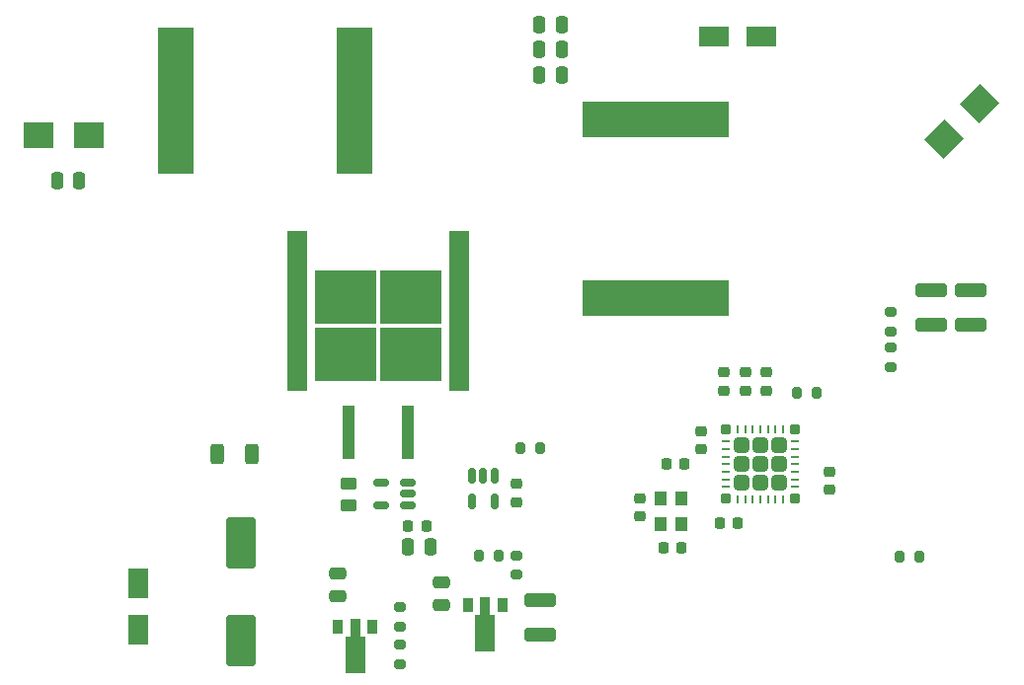
<source format=gtp>
%TF.GenerationSoftware,KiCad,Pcbnew,6.0.8-f2edbf62ab~116~ubuntu20.04.1*%
%TF.CreationDate,2022-10-11T00:42:45-04:00*%
%TF.ProjectId,Linear_PSU_APFC_Pre_Reg,4c696e65-6172-45f5-9053-555f41504643,rev?*%
%TF.SameCoordinates,Original*%
%TF.FileFunction,Paste,Top*%
%TF.FilePolarity,Positive*%
%FSLAX46Y46*%
G04 Gerber Fmt 4.6, Leading zero omitted, Abs format (unit mm)*
G04 Created by KiCad (PCBNEW 6.0.8-f2edbf62ab~116~ubuntu20.04.1) date 2022-10-11 00:42:45*
%MOMM*%
%LPD*%
G01*
G04 APERTURE LIST*
G04 Aperture macros list*
%AMRoundRect*
0 Rectangle with rounded corners*
0 $1 Rounding radius*
0 $2 $3 $4 $5 $6 $7 $8 $9 X,Y pos of 4 corners*
0 Add a 4 corners polygon primitive as box body*
4,1,4,$2,$3,$4,$5,$6,$7,$8,$9,$2,$3,0*
0 Add four circle primitives for the rounded corners*
1,1,$1+$1,$2,$3*
1,1,$1+$1,$4,$5*
1,1,$1+$1,$6,$7*
1,1,$1+$1,$8,$9*
0 Add four rect primitives between the rounded corners*
20,1,$1+$1,$2,$3,$4,$5,0*
20,1,$1+$1,$4,$5,$6,$7,0*
20,1,$1+$1,$6,$7,$8,$9,0*
20,1,$1+$1,$8,$9,$2,$3,0*%
%AMRotRect*
0 Rectangle, with rotation*
0 The origin of the aperture is its center*
0 $1 length*
0 $2 width*
0 $3 Rotation angle, in degrees counterclockwise*
0 Add horizontal line*
21,1,$1,$2,0,0,$3*%
%AMFreePoly0*
4,1,9,3.862500,-0.866500,0.737500,-0.866500,0.737500,-0.450000,-0.737500,-0.450000,-0.737500,0.450000,0.737500,0.450000,0.737500,0.866500,3.862500,0.866500,3.862500,-0.866500,3.862500,-0.866500,$1*%
G04 Aperture macros list end*
%ADD10RotRect,2.500000X2.300000X45.000000*%
%ADD11R,2.500000X2.300000*%
%ADD12RoundRect,0.250000X-0.312500X-0.625000X0.312500X-0.625000X0.312500X0.625000X-0.312500X0.625000X0*%
%ADD13R,3.150000X12.500000*%
%ADD14R,12.500000X3.150000*%
%ADD15RoundRect,0.225000X-0.225000X-0.250000X0.225000X-0.250000X0.225000X0.250000X-0.225000X0.250000X0*%
%ADD16RoundRect,0.225000X-0.250000X0.225000X-0.250000X-0.225000X0.250000X-0.225000X0.250000X0.225000X0*%
%ADD17RoundRect,0.250000X0.250000X0.475000X-0.250000X0.475000X-0.250000X-0.475000X0.250000X-0.475000X0*%
%ADD18RoundRect,0.200000X-0.275000X0.200000X-0.275000X-0.200000X0.275000X-0.200000X0.275000X0.200000X0*%
%ADD19RoundRect,0.200000X0.275000X-0.200000X0.275000X0.200000X-0.275000X0.200000X-0.275000X-0.200000X0*%
%ADD20RoundRect,0.250000X-0.450000X0.262500X-0.450000X-0.262500X0.450000X-0.262500X0.450000X0.262500X0*%
%ADD21R,0.900000X1.300000*%
%ADD22FreePoly0,270.000000*%
%ADD23RoundRect,0.250000X-0.475000X0.250000X-0.475000X-0.250000X0.475000X-0.250000X0.475000X0.250000X0*%
%ADD24R,1.000000X1.300000*%
%ADD25RoundRect,0.250000X1.100000X-0.325000X1.100000X0.325000X-1.100000X0.325000X-1.100000X-0.325000X0*%
%ADD26RoundRect,0.150000X0.512500X0.150000X-0.512500X0.150000X-0.512500X-0.150000X0.512500X-0.150000X0*%
%ADD27RoundRect,0.250000X-1.100000X0.325000X-1.100000X-0.325000X1.100000X-0.325000X1.100000X0.325000X0*%
%ADD28RoundRect,0.200000X-0.200000X-0.275000X0.200000X-0.275000X0.200000X0.275000X-0.200000X0.275000X0*%
%ADD29R,1.700000X13.700000*%
%ADD30R,5.250000X4.550000*%
%ADD31R,1.100000X4.600000*%
%ADD32RoundRect,0.225000X0.225000X0.250000X-0.225000X0.250000X-0.225000X-0.250000X0.225000X-0.250000X0*%
%ADD33RoundRect,0.225000X0.250000X-0.225000X0.250000X0.225000X-0.250000X0.225000X-0.250000X-0.225000X0*%
%ADD34RoundRect,0.250000X1.000000X-1.950000X1.000000X1.950000X-1.000000X1.950000X-1.000000X-1.950000X0*%
%ADD35R,2.500000X1.800000*%
%ADD36RoundRect,0.249999X-0.395001X0.395001X-0.395001X-0.395001X0.395001X-0.395001X0.395001X0.395001X0*%
%ADD37RoundRect,0.000000X-0.350000X0.350000X-0.350000X-0.350000X0.350000X-0.350000X0.350000X0.350000X0*%
%ADD38RoundRect,0.025000X-0.075000X0.312500X-0.075000X-0.312500X0.075000X-0.312500X0.075000X0.312500X0*%
%ADD39RoundRect,0.025000X-0.312500X0.075000X-0.312500X-0.075000X0.312500X-0.075000X0.312500X0.075000X0*%
%ADD40R,1.800000X2.500000*%
%ADD41RoundRect,0.200000X0.200000X0.275000X-0.200000X0.275000X-0.200000X-0.275000X0.200000X-0.275000X0*%
%ADD42RoundRect,0.250000X-0.250000X-0.475000X0.250000X-0.475000X0.250000X0.475000X-0.250000X0.475000X0*%
%ADD43RoundRect,0.150000X-0.150000X0.512500X-0.150000X-0.512500X0.150000X-0.512500X0.150000X0.512500X0*%
G04 APERTURE END LIST*
D10*
%TO.C,D5*%
X142729720Y-56020280D03*
X145770280Y-52979720D03*
%TD*%
D11*
%TO.C,D4*%
X69400000Y-55700000D03*
X65100000Y-55700000D03*
%TD*%
D12*
%TO.C,R1*%
X80387500Y-83050000D03*
X83312500Y-83050000D03*
%TD*%
D13*
%TO.C,L1*%
X76825000Y-52750000D03*
X92175000Y-52750000D03*
%TD*%
D14*
%TO.C,L2*%
X118000000Y-54325000D03*
X118000000Y-69675000D03*
%TD*%
D15*
%TO.C,C8*%
X118900000Y-83900000D03*
X120450000Y-83900000D03*
%TD*%
D16*
%TO.C,C1*%
X116600000Y-86862500D03*
X116600000Y-88412500D03*
%TD*%
D17*
%TO.C,C18*%
X109900000Y-50500000D03*
X108000000Y-50500000D03*
%TD*%
D18*
%TO.C,R11*%
X138150000Y-73900000D03*
X138150000Y-75550000D03*
%TD*%
D19*
%TO.C,R8*%
X96050000Y-97850000D03*
X96050000Y-96200000D03*
%TD*%
D20*
%TO.C,R6*%
X91650000Y-85600000D03*
X91650000Y-87425000D03*
%TD*%
D17*
%TO.C,C17*%
X109900000Y-48350000D03*
X108000000Y-48350000D03*
%TD*%
D16*
%TO.C,C5*%
X125650000Y-76050000D03*
X125650000Y-77600000D03*
%TD*%
D19*
%TO.C,R7*%
X96050000Y-101050000D03*
X96050000Y-99400000D03*
%TD*%
D16*
%TO.C,C23*%
X127450000Y-76050000D03*
X127450000Y-77600000D03*
%TD*%
D21*
%TO.C,U5*%
X93700000Y-97850000D03*
D22*
X92200000Y-97937500D03*
D21*
X90700000Y-97850000D03*
%TD*%
D17*
%TO.C,C16*%
X109900000Y-46200000D03*
X108000000Y-46200000D03*
%TD*%
D23*
%TO.C,C15*%
X90700000Y-93300000D03*
X90700000Y-95200000D03*
%TD*%
D15*
%TO.C,C6*%
X123450000Y-89000000D03*
X125000000Y-89000000D03*
%TD*%
%TO.C,C13*%
X96750000Y-89200000D03*
X98300000Y-89200000D03*
%TD*%
D24*
%TO.C,Y1*%
X118400000Y-86862500D03*
X118400000Y-89062500D03*
X120200000Y-89062500D03*
X120200000Y-86862500D03*
%TD*%
D25*
%TO.C,C11*%
X108100000Y-98500000D03*
X108100000Y-95550000D03*
%TD*%
D26*
%TO.C,U4*%
X96737500Y-87412500D03*
X96737500Y-86462500D03*
X96737500Y-85512500D03*
X94462500Y-85512500D03*
X94462500Y-87412500D03*
%TD*%
D16*
%TO.C,C4*%
X121900000Y-81050000D03*
X121900000Y-82600000D03*
%TD*%
D27*
%TO.C,C24*%
X141600000Y-69000000D03*
X141600000Y-71950000D03*
%TD*%
D23*
%TO.C,C9*%
X99600000Y-94050000D03*
X99600000Y-95950000D03*
%TD*%
D28*
%TO.C,R2*%
X102850000Y-91750000D03*
X104500000Y-91750000D03*
%TD*%
D18*
%TO.C,R3*%
X106050000Y-91750000D03*
X106050000Y-93400000D03*
%TD*%
D28*
%TO.C,R5*%
X130100000Y-77762500D03*
X131750000Y-77762500D03*
%TD*%
D18*
%TO.C,R10*%
X138150000Y-70850000D03*
X138150000Y-72500000D03*
%TD*%
D29*
%TO.C,HS1*%
X87250000Y-70750000D03*
X101090000Y-70750000D03*
%TD*%
D30*
%TO.C,Q1*%
X91425000Y-74450000D03*
X96975000Y-69600000D03*
X91425000Y-69600000D03*
X96975000Y-74450000D03*
D31*
X91660000Y-81175000D03*
X96740000Y-81175000D03*
%TD*%
D32*
%TO.C,C2*%
X120200000Y-91112500D03*
X118650000Y-91112500D03*
%TD*%
D33*
%TO.C,C10*%
X132850000Y-86112500D03*
X132850000Y-84562500D03*
%TD*%
D34*
%TO.C,C7*%
X82400000Y-99050000D03*
X82400000Y-90650000D03*
%TD*%
D35*
%TO.C,D3*%
X127000000Y-47250000D03*
X123000000Y-47250000D03*
%TD*%
D16*
%TO.C,C19*%
X123850000Y-76050000D03*
X123850000Y-77600000D03*
%TD*%
D36*
%TO.C,U2*%
X126950000Y-83900000D03*
X125350000Y-83900000D03*
X128550000Y-83900000D03*
X125350000Y-85500000D03*
X126950000Y-82300000D03*
X128550000Y-82300000D03*
X126950000Y-85500000D03*
X128550000Y-85500000D03*
X125350000Y-82300000D03*
D37*
X129900000Y-86850000D03*
X124000000Y-86850000D03*
X129900000Y-80950000D03*
X124000000Y-80950000D03*
D38*
X128900000Y-80900000D03*
X128250000Y-80900000D03*
X127600000Y-80900000D03*
X126950000Y-80900000D03*
X126300000Y-80900000D03*
X125650000Y-80900000D03*
X125000000Y-80900000D03*
D39*
X123950000Y-81950000D03*
X123950000Y-82600000D03*
X123950000Y-83250000D03*
X123950000Y-83900000D03*
X123950000Y-84550000D03*
X123950000Y-85200000D03*
X123950000Y-85850000D03*
D38*
X125000000Y-86900000D03*
X125650000Y-86900000D03*
X126300000Y-86900000D03*
X126950000Y-86900000D03*
X127600000Y-86900000D03*
X128250000Y-86900000D03*
X128900000Y-86900000D03*
D39*
X129950000Y-85850000D03*
X129950000Y-85200000D03*
X129950000Y-84550000D03*
X129950000Y-83900000D03*
X129950000Y-83250000D03*
X129950000Y-82600000D03*
X129950000Y-81950000D03*
%TD*%
D33*
%TO.C,C3*%
X106000000Y-87150000D03*
X106000000Y-85600000D03*
%TD*%
D40*
%TO.C,D2*%
X73600000Y-98100000D03*
X73600000Y-94100000D03*
%TD*%
D41*
%TO.C,R9*%
X140550000Y-91850000D03*
X138900000Y-91850000D03*
%TD*%
D42*
%TO.C,C12*%
X96750000Y-91000000D03*
X98650000Y-91000000D03*
%TD*%
D21*
%TO.C,U3*%
X104850000Y-95950000D03*
D22*
X103350000Y-96037500D03*
D21*
X101850000Y-95950000D03*
%TD*%
D43*
%TO.C,U1*%
X104150000Y-84862500D03*
X103200000Y-84862500D03*
X102250000Y-84862500D03*
X102250000Y-87137500D03*
X104150000Y-87137500D03*
%TD*%
D27*
%TO.C,C25*%
X145000000Y-69000000D03*
X145000000Y-71950000D03*
%TD*%
D42*
%TO.C,C14*%
X66650000Y-59600000D03*
X68550000Y-59600000D03*
%TD*%
D41*
%TO.C,R4*%
X108050000Y-82500000D03*
X106400000Y-82500000D03*
%TD*%
M02*

</source>
